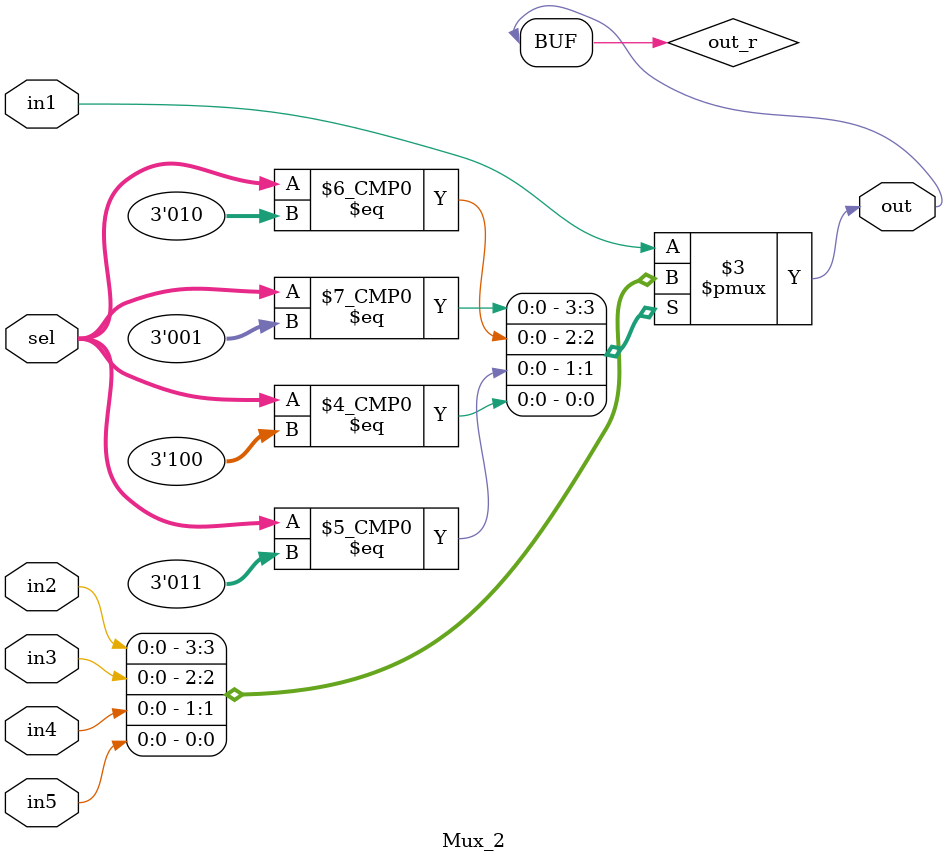
<source format=v>
`timescale 1ns / 1ps


module Mux_2(
//input 
in1,
in2,
in3,
in4,
in5,
sel,
//output 
out,
);

input in1,in2,in3,in4,in5;
input [2:0]sel;
output out;
reg out_r;
always @(*)  begin
    case(sel)
    0:out_r=in1;
    1:out_r=in2;
    2:out_r=in3;
    3:out_r=in4;
    4:out_r=in5;
        default out_r = in1;
    endcase
end
assign out = out_r;
endmodule

</source>
